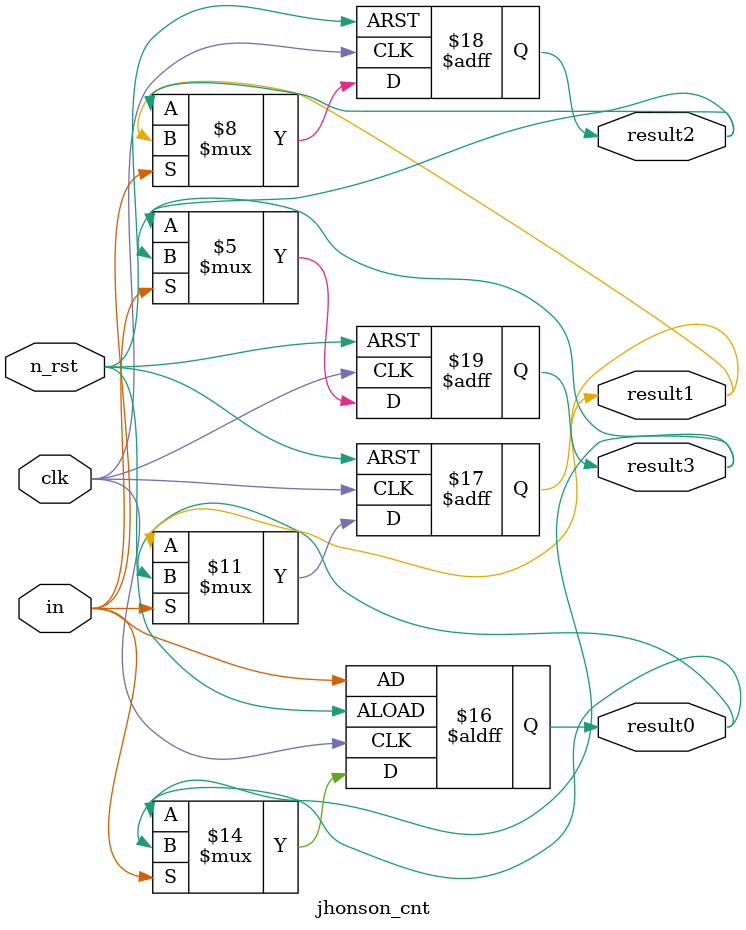
<source format=v>
module jhonson_cnt(
    clk,
    n_rst,
    in,
    result0,
    result1,
    result2,
    result3,
);

input clk;
input n_rst;
input in;

output reg result0;
output reg result1;
output reg result2;
output reg result3;

always@(posedge clk or negedge n_rst) begin
    if(!n_rst) begin
        result0 <= in;
        result1 <= 1'b0;
        result2 <= 1'b0;
        result3 <= 1'b0;  
    end
    else if (in == 1'b0) begin
        result0 <= result0;
        result1 <= result1;
        result2 <= result2;
        result3 <= result3;
    end
    else begin
        result0 <= result3;
        result1 <= result0;
        result2 <= result1;
        result3 <= result2;
    end
end

endmodule
</source>
